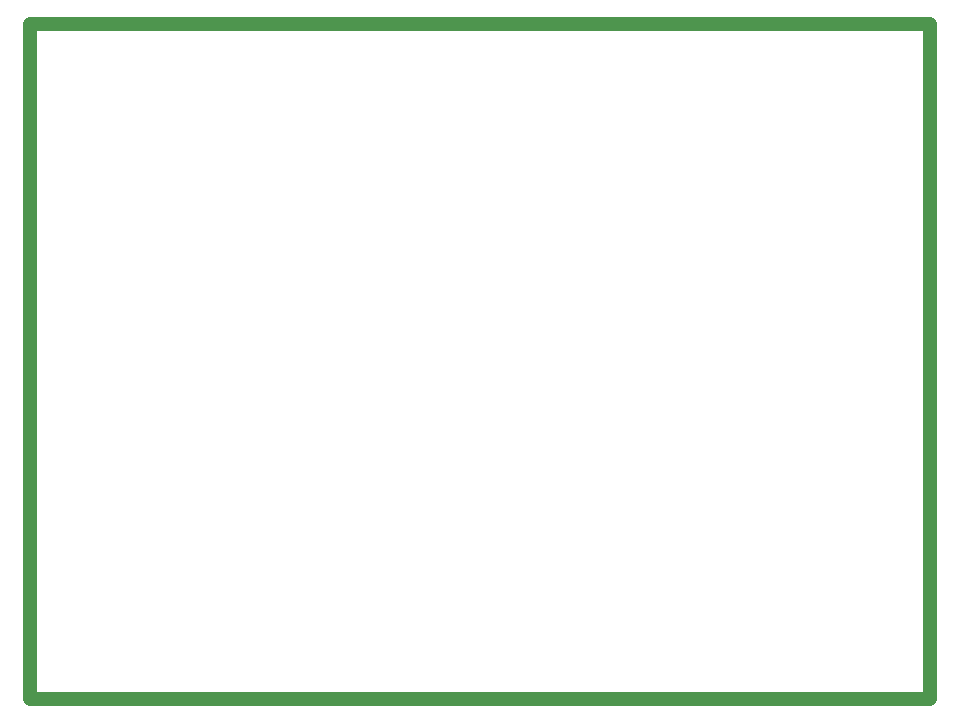
<source format=gko>
G04*
G04 #@! TF.GenerationSoftware,Altium Limited,Altium Designer,20.1.14 (287)*
G04*
G04 Layer_Color=16711935*
%FSLAX25Y25*%
%MOIN*%
G70*
G04*
G04 #@! TF.SameCoordinates,77D899AC-DA5C-4649-B6D6-03D989B7329D*
G04*
G04*
G04 #@! TF.FilePolarity,Positive*
G04*
G01*
G75*
%ADD41C,0.04724*%
D41*
X382000Y120500D02*
X382000Y345500D01*
X682000Y345500D01*
X682000Y120500D02*
X682000Y345500D01*
X382000Y120500D02*
X682000Y120500D01*
M02*

</source>
